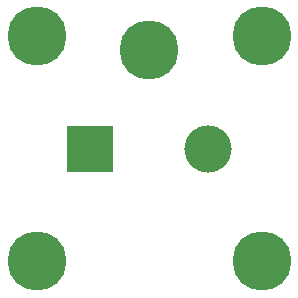
<source format=gbr>
%TF.GenerationSoftware,KiCad,Pcbnew,7.0.11+dfsg-1build4*%
%TF.CreationDate,2025-06-01T15:33:29-04:00*%
%TF.ProjectId,tek-cap-pcb,74656b2d-6361-4702-9d70-63622e6b6963,A*%
%TF.SameCoordinates,Original*%
%TF.FileFunction,Soldermask,Top*%
%TF.FilePolarity,Negative*%
%FSLAX46Y46*%
G04 Gerber Fmt 4.6, Leading zero omitted, Abs format (unit mm)*
G04 Created by KiCad (PCBNEW 7.0.11+dfsg-1build4) date 2025-06-01 15:33:29*
%MOMM*%
%LPD*%
G01*
G04 APERTURE LIST*
%ADD10R,4.000000X4.000000*%
%ADD11C,4.000000*%
%ADD12C,5.000000*%
G04 APERTURE END LIST*
D10*
%TO.C,C1*%
X122000000Y-101600000D03*
D11*
X132000000Y-101600000D03*
%TD*%
D12*
%TO.C,H5*%
X136525000Y-111125000D03*
%TD*%
%TO.C,H4*%
X117475000Y-111125000D03*
%TD*%
%TO.C,H3*%
X136525000Y-92075000D03*
%TD*%
%TO.C,H2*%
X117475000Y-92075000D03*
%TD*%
%TO.C,H1*%
X127000000Y-93218000D03*
%TD*%
M02*

</source>
